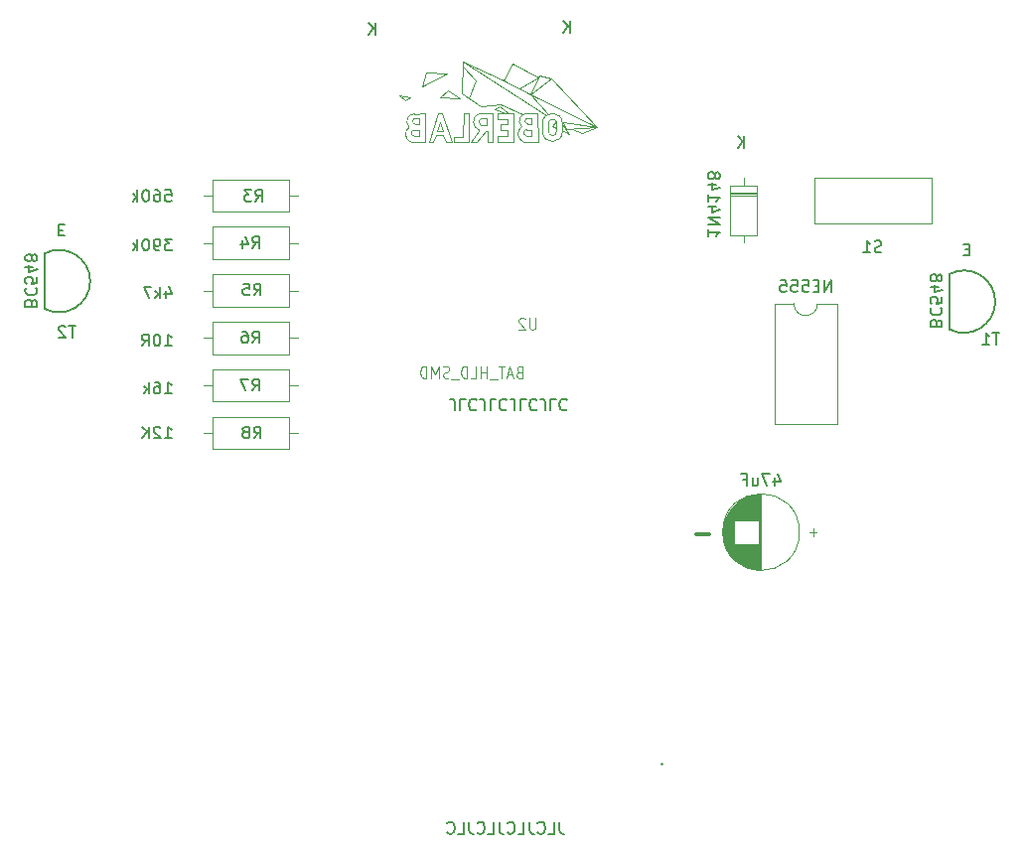
<source format=gbr>
%TF.GenerationSoftware,KiCad,Pcbnew,9.0.6*%
%TF.CreationDate,2026-01-05T12:28:17+01:00*%
%TF.ProjectId,Seegeist,53656567-6569-4737-942e-6b696361645f,rev?*%
%TF.SameCoordinates,Original*%
%TF.FileFunction,Legend,Bot*%
%TF.FilePolarity,Positive*%
%FSLAX46Y46*%
G04 Gerber Fmt 4.6, Leading zero omitted, Abs format (unit mm)*
G04 Created by KiCad (PCBNEW 9.0.6) date 2026-01-05 12:28:17*
%MOMM*%
%LPD*%
G01*
G04 APERTURE LIST*
%ADD10C,0.150000*%
%ADD11C,0.300000*%
%ADD12C,0.050000*%
%ADD13C,0.010000*%
%ADD14C,0.120000*%
G04 APERTURE END LIST*
D10*
X141877506Y-141869819D02*
X141877506Y-142584104D01*
X141877506Y-142584104D02*
X141925125Y-142726961D01*
X141925125Y-142726961D02*
X142020363Y-142822200D01*
X142020363Y-142822200D02*
X142163220Y-142869819D01*
X142163220Y-142869819D02*
X142258458Y-142869819D01*
X140925125Y-142869819D02*
X141401315Y-142869819D01*
X141401315Y-142869819D02*
X141401315Y-141869819D01*
X140020363Y-142774580D02*
X140067982Y-142822200D01*
X140067982Y-142822200D02*
X140210839Y-142869819D01*
X140210839Y-142869819D02*
X140306077Y-142869819D01*
X140306077Y-142869819D02*
X140448934Y-142822200D01*
X140448934Y-142822200D02*
X140544172Y-142726961D01*
X140544172Y-142726961D02*
X140591791Y-142631723D01*
X140591791Y-142631723D02*
X140639410Y-142441247D01*
X140639410Y-142441247D02*
X140639410Y-142298390D01*
X140639410Y-142298390D02*
X140591791Y-142107914D01*
X140591791Y-142107914D02*
X140544172Y-142012676D01*
X140544172Y-142012676D02*
X140448934Y-141917438D01*
X140448934Y-141917438D02*
X140306077Y-141869819D01*
X140306077Y-141869819D02*
X140210839Y-141869819D01*
X140210839Y-141869819D02*
X140067982Y-141917438D01*
X140067982Y-141917438D02*
X140020363Y-141965057D01*
X139306077Y-141869819D02*
X139306077Y-142584104D01*
X139306077Y-142584104D02*
X139353696Y-142726961D01*
X139353696Y-142726961D02*
X139448934Y-142822200D01*
X139448934Y-142822200D02*
X139591791Y-142869819D01*
X139591791Y-142869819D02*
X139687029Y-142869819D01*
X138353696Y-142869819D02*
X138829886Y-142869819D01*
X138829886Y-142869819D02*
X138829886Y-141869819D01*
X137448934Y-142774580D02*
X137496553Y-142822200D01*
X137496553Y-142822200D02*
X137639410Y-142869819D01*
X137639410Y-142869819D02*
X137734648Y-142869819D01*
X137734648Y-142869819D02*
X137877505Y-142822200D01*
X137877505Y-142822200D02*
X137972743Y-142726961D01*
X137972743Y-142726961D02*
X138020362Y-142631723D01*
X138020362Y-142631723D02*
X138067981Y-142441247D01*
X138067981Y-142441247D02*
X138067981Y-142298390D01*
X138067981Y-142298390D02*
X138020362Y-142107914D01*
X138020362Y-142107914D02*
X137972743Y-142012676D01*
X137972743Y-142012676D02*
X137877505Y-141917438D01*
X137877505Y-141917438D02*
X137734648Y-141869819D01*
X137734648Y-141869819D02*
X137639410Y-141869819D01*
X137639410Y-141869819D02*
X137496553Y-141917438D01*
X137496553Y-141917438D02*
X137448934Y-141965057D01*
X136734648Y-141869819D02*
X136734648Y-142584104D01*
X136734648Y-142584104D02*
X136782267Y-142726961D01*
X136782267Y-142726961D02*
X136877505Y-142822200D01*
X136877505Y-142822200D02*
X137020362Y-142869819D01*
X137020362Y-142869819D02*
X137115600Y-142869819D01*
X135782267Y-142869819D02*
X136258457Y-142869819D01*
X136258457Y-142869819D02*
X136258457Y-141869819D01*
X134877505Y-142774580D02*
X134925124Y-142822200D01*
X134925124Y-142822200D02*
X135067981Y-142869819D01*
X135067981Y-142869819D02*
X135163219Y-142869819D01*
X135163219Y-142869819D02*
X135306076Y-142822200D01*
X135306076Y-142822200D02*
X135401314Y-142726961D01*
X135401314Y-142726961D02*
X135448933Y-142631723D01*
X135448933Y-142631723D02*
X135496552Y-142441247D01*
X135496552Y-142441247D02*
X135496552Y-142298390D01*
X135496552Y-142298390D02*
X135448933Y-142107914D01*
X135448933Y-142107914D02*
X135401314Y-142012676D01*
X135401314Y-142012676D02*
X135306076Y-141917438D01*
X135306076Y-141917438D02*
X135163219Y-141869819D01*
X135163219Y-141869819D02*
X135067981Y-141869819D01*
X135067981Y-141869819D02*
X134925124Y-141917438D01*
X134925124Y-141917438D02*
X134877505Y-141965057D01*
X134163219Y-141869819D02*
X134163219Y-142584104D01*
X134163219Y-142584104D02*
X134210838Y-142726961D01*
X134210838Y-142726961D02*
X134306076Y-142822200D01*
X134306076Y-142822200D02*
X134448933Y-142869819D01*
X134448933Y-142869819D02*
X134544171Y-142869819D01*
X133210838Y-142869819D02*
X133687028Y-142869819D01*
X133687028Y-142869819D02*
X133687028Y-141869819D01*
X132306076Y-142774580D02*
X132353695Y-142822200D01*
X132353695Y-142822200D02*
X132496552Y-142869819D01*
X132496552Y-142869819D02*
X132591790Y-142869819D01*
X132591790Y-142869819D02*
X132734647Y-142822200D01*
X132734647Y-142822200D02*
X132829885Y-142726961D01*
X132829885Y-142726961D02*
X132877504Y-142631723D01*
X132877504Y-142631723D02*
X132925123Y-142441247D01*
X132925123Y-142441247D02*
X132925123Y-142298390D01*
X132925123Y-142298390D02*
X132877504Y-142107914D01*
X132877504Y-142107914D02*
X132829885Y-142012676D01*
X132829885Y-142012676D02*
X132734647Y-141917438D01*
X132734647Y-141917438D02*
X132591790Y-141869819D01*
X132591790Y-141869819D02*
X132496552Y-141869819D01*
X132496552Y-141869819D02*
X132353695Y-141917438D01*
X132353695Y-141917438D02*
X132306076Y-141965057D01*
X157613220Y-84369819D02*
X157613220Y-83369819D01*
X157041792Y-84369819D02*
X157470363Y-83798390D01*
X157041792Y-83369819D02*
X157613220Y-83941247D01*
X100606077Y-99569819D02*
X100034649Y-99569819D01*
X100320363Y-100569819D02*
X100320363Y-99569819D01*
X99748934Y-99665057D02*
X99701315Y-99617438D01*
X99701315Y-99617438D02*
X99606077Y-99569819D01*
X99606077Y-99569819D02*
X99367982Y-99569819D01*
X99367982Y-99569819D02*
X99272744Y-99617438D01*
X99272744Y-99617438D02*
X99225125Y-99665057D01*
X99225125Y-99665057D02*
X99177506Y-99760295D01*
X99177506Y-99760295D02*
X99177506Y-99855533D01*
X99177506Y-99855533D02*
X99225125Y-99998390D01*
X99225125Y-99998390D02*
X99796553Y-100569819D01*
X99796553Y-100569819D02*
X99177506Y-100569819D01*
X97950000Y-93400000D02*
G75*
G02*
X97956097Y-98103233I1250000J-2350000D01*
G01*
X97950000Y-93400000D02*
X97950000Y-98114767D01*
X175100000Y-95150000D02*
G75*
G02*
X175106097Y-99853233I1250000J-2350000D01*
G01*
X175100000Y-95150000D02*
X175100000Y-99864767D01*
X179356077Y-100169819D02*
X178784649Y-100169819D01*
X179070363Y-101169819D02*
X179070363Y-100169819D01*
X177927506Y-101169819D02*
X178498934Y-101169819D01*
X178213220Y-101169819D02*
X178213220Y-100169819D01*
X178213220Y-100169819D02*
X178308458Y-100312676D01*
X178308458Y-100312676D02*
X178403696Y-100407914D01*
X178403696Y-100407914D02*
X178498934Y-100455533D01*
X176813220Y-93046009D02*
X176479887Y-93046009D01*
X176337030Y-93569819D02*
X176813220Y-93569819D01*
X176813220Y-93569819D02*
X176813220Y-92569819D01*
X176813220Y-92569819D02*
X176337030Y-92569819D01*
X174003990Y-99279887D02*
X173956371Y-99137030D01*
X173956371Y-99137030D02*
X173908752Y-99089411D01*
X173908752Y-99089411D02*
X173813514Y-99041792D01*
X173813514Y-99041792D02*
X173670657Y-99041792D01*
X173670657Y-99041792D02*
X173575419Y-99089411D01*
X173575419Y-99089411D02*
X173527800Y-99137030D01*
X173527800Y-99137030D02*
X173480180Y-99232268D01*
X173480180Y-99232268D02*
X173480180Y-99613220D01*
X173480180Y-99613220D02*
X174480180Y-99613220D01*
X174480180Y-99613220D02*
X174480180Y-99279887D01*
X174480180Y-99279887D02*
X174432561Y-99184649D01*
X174432561Y-99184649D02*
X174384942Y-99137030D01*
X174384942Y-99137030D02*
X174289704Y-99089411D01*
X174289704Y-99089411D02*
X174194466Y-99089411D01*
X174194466Y-99089411D02*
X174099228Y-99137030D01*
X174099228Y-99137030D02*
X174051609Y-99184649D01*
X174051609Y-99184649D02*
X174003990Y-99279887D01*
X174003990Y-99279887D02*
X174003990Y-99613220D01*
X173575419Y-98041792D02*
X173527800Y-98089411D01*
X173527800Y-98089411D02*
X173480180Y-98232268D01*
X173480180Y-98232268D02*
X173480180Y-98327506D01*
X173480180Y-98327506D02*
X173527800Y-98470363D01*
X173527800Y-98470363D02*
X173623038Y-98565601D01*
X173623038Y-98565601D02*
X173718276Y-98613220D01*
X173718276Y-98613220D02*
X173908752Y-98660839D01*
X173908752Y-98660839D02*
X174051609Y-98660839D01*
X174051609Y-98660839D02*
X174242085Y-98613220D01*
X174242085Y-98613220D02*
X174337323Y-98565601D01*
X174337323Y-98565601D02*
X174432561Y-98470363D01*
X174432561Y-98470363D02*
X174480180Y-98327506D01*
X174480180Y-98327506D02*
X174480180Y-98232268D01*
X174480180Y-98232268D02*
X174432561Y-98089411D01*
X174432561Y-98089411D02*
X174384942Y-98041792D01*
X174480180Y-97137030D02*
X174480180Y-97613220D01*
X174480180Y-97613220D02*
X174003990Y-97660839D01*
X174003990Y-97660839D02*
X174051609Y-97613220D01*
X174051609Y-97613220D02*
X174099228Y-97517982D01*
X174099228Y-97517982D02*
X174099228Y-97279887D01*
X174099228Y-97279887D02*
X174051609Y-97184649D01*
X174051609Y-97184649D02*
X174003990Y-97137030D01*
X174003990Y-97137030D02*
X173908752Y-97089411D01*
X173908752Y-97089411D02*
X173670657Y-97089411D01*
X173670657Y-97089411D02*
X173575419Y-97137030D01*
X173575419Y-97137030D02*
X173527800Y-97184649D01*
X173527800Y-97184649D02*
X173480180Y-97279887D01*
X173480180Y-97279887D02*
X173480180Y-97517982D01*
X173480180Y-97517982D02*
X173527800Y-97613220D01*
X173527800Y-97613220D02*
X173575419Y-97660839D01*
X174146847Y-96232268D02*
X173480180Y-96232268D01*
X174527800Y-96470363D02*
X173813514Y-96708458D01*
X173813514Y-96708458D02*
X173813514Y-96089411D01*
X174051609Y-95565601D02*
X174099228Y-95660839D01*
X174099228Y-95660839D02*
X174146847Y-95708458D01*
X174146847Y-95708458D02*
X174242085Y-95756077D01*
X174242085Y-95756077D02*
X174289704Y-95756077D01*
X174289704Y-95756077D02*
X174384942Y-95708458D01*
X174384942Y-95708458D02*
X174432561Y-95660839D01*
X174432561Y-95660839D02*
X174480180Y-95565601D01*
X174480180Y-95565601D02*
X174480180Y-95375125D01*
X174480180Y-95375125D02*
X174432561Y-95279887D01*
X174432561Y-95279887D02*
X174384942Y-95232268D01*
X174384942Y-95232268D02*
X174289704Y-95184649D01*
X174289704Y-95184649D02*
X174242085Y-95184649D01*
X174242085Y-95184649D02*
X174146847Y-95232268D01*
X174146847Y-95232268D02*
X174099228Y-95279887D01*
X174099228Y-95279887D02*
X174051609Y-95375125D01*
X174051609Y-95375125D02*
X174051609Y-95565601D01*
X174051609Y-95565601D02*
X174003990Y-95660839D01*
X174003990Y-95660839D02*
X173956371Y-95708458D01*
X173956371Y-95708458D02*
X173861133Y-95756077D01*
X173861133Y-95756077D02*
X173670657Y-95756077D01*
X173670657Y-95756077D02*
X173575419Y-95708458D01*
X173575419Y-95708458D02*
X173527800Y-95660839D01*
X173527800Y-95660839D02*
X173480180Y-95565601D01*
X173480180Y-95565601D02*
X173480180Y-95375125D01*
X173480180Y-95375125D02*
X173527800Y-95279887D01*
X173527800Y-95279887D02*
X173575419Y-95232268D01*
X173575419Y-95232268D02*
X173670657Y-95184649D01*
X173670657Y-95184649D02*
X173861133Y-95184649D01*
X173861133Y-95184649D02*
X173956371Y-95232268D01*
X173956371Y-95232268D02*
X174003990Y-95279887D01*
X174003990Y-95279887D02*
X174051609Y-95375125D01*
X108221429Y-105344819D02*
X108792857Y-105344819D01*
X108507143Y-105344819D02*
X108507143Y-104344819D01*
X108507143Y-104344819D02*
X108602381Y-104487676D01*
X108602381Y-104487676D02*
X108697619Y-104582914D01*
X108697619Y-104582914D02*
X108792857Y-104630533D01*
X107364286Y-104344819D02*
X107554762Y-104344819D01*
X107554762Y-104344819D02*
X107650000Y-104392438D01*
X107650000Y-104392438D02*
X107697619Y-104440057D01*
X107697619Y-104440057D02*
X107792857Y-104582914D01*
X107792857Y-104582914D02*
X107840476Y-104773390D01*
X107840476Y-104773390D02*
X107840476Y-105154342D01*
X107840476Y-105154342D02*
X107792857Y-105249580D01*
X107792857Y-105249580D02*
X107745238Y-105297200D01*
X107745238Y-105297200D02*
X107650000Y-105344819D01*
X107650000Y-105344819D02*
X107459524Y-105344819D01*
X107459524Y-105344819D02*
X107364286Y-105297200D01*
X107364286Y-105297200D02*
X107316667Y-105249580D01*
X107316667Y-105249580D02*
X107269048Y-105154342D01*
X107269048Y-105154342D02*
X107269048Y-104916247D01*
X107269048Y-104916247D02*
X107316667Y-104821009D01*
X107316667Y-104821009D02*
X107364286Y-104773390D01*
X107364286Y-104773390D02*
X107459524Y-104725771D01*
X107459524Y-104725771D02*
X107650000Y-104725771D01*
X107650000Y-104725771D02*
X107745238Y-104773390D01*
X107745238Y-104773390D02*
X107792857Y-104821009D01*
X107792857Y-104821009D02*
X107840476Y-104916247D01*
X106840476Y-105344819D02*
X106840476Y-104344819D01*
X106745238Y-104963866D02*
X106459524Y-105344819D01*
X106459524Y-104678152D02*
X106840476Y-105059104D01*
X132917493Y-106780180D02*
X132917493Y-106065895D01*
X132917493Y-106065895D02*
X132869874Y-105923038D01*
X132869874Y-105923038D02*
X132774636Y-105827800D01*
X132774636Y-105827800D02*
X132631779Y-105780180D01*
X132631779Y-105780180D02*
X132536541Y-105780180D01*
X133869874Y-105780180D02*
X133393684Y-105780180D01*
X133393684Y-105780180D02*
X133393684Y-106780180D01*
X134774636Y-105875419D02*
X134727017Y-105827800D01*
X134727017Y-105827800D02*
X134584160Y-105780180D01*
X134584160Y-105780180D02*
X134488922Y-105780180D01*
X134488922Y-105780180D02*
X134346065Y-105827800D01*
X134346065Y-105827800D02*
X134250827Y-105923038D01*
X134250827Y-105923038D02*
X134203208Y-106018276D01*
X134203208Y-106018276D02*
X134155589Y-106208752D01*
X134155589Y-106208752D02*
X134155589Y-106351609D01*
X134155589Y-106351609D02*
X134203208Y-106542085D01*
X134203208Y-106542085D02*
X134250827Y-106637323D01*
X134250827Y-106637323D02*
X134346065Y-106732561D01*
X134346065Y-106732561D02*
X134488922Y-106780180D01*
X134488922Y-106780180D02*
X134584160Y-106780180D01*
X134584160Y-106780180D02*
X134727017Y-106732561D01*
X134727017Y-106732561D02*
X134774636Y-106684942D01*
X135488922Y-106780180D02*
X135488922Y-106065895D01*
X135488922Y-106065895D02*
X135441303Y-105923038D01*
X135441303Y-105923038D02*
X135346065Y-105827800D01*
X135346065Y-105827800D02*
X135203208Y-105780180D01*
X135203208Y-105780180D02*
X135107970Y-105780180D01*
X136441303Y-105780180D02*
X135965113Y-105780180D01*
X135965113Y-105780180D02*
X135965113Y-106780180D01*
X137346065Y-105875419D02*
X137298446Y-105827800D01*
X137298446Y-105827800D02*
X137155589Y-105780180D01*
X137155589Y-105780180D02*
X137060351Y-105780180D01*
X137060351Y-105780180D02*
X136917494Y-105827800D01*
X136917494Y-105827800D02*
X136822256Y-105923038D01*
X136822256Y-105923038D02*
X136774637Y-106018276D01*
X136774637Y-106018276D02*
X136727018Y-106208752D01*
X136727018Y-106208752D02*
X136727018Y-106351609D01*
X136727018Y-106351609D02*
X136774637Y-106542085D01*
X136774637Y-106542085D02*
X136822256Y-106637323D01*
X136822256Y-106637323D02*
X136917494Y-106732561D01*
X136917494Y-106732561D02*
X137060351Y-106780180D01*
X137060351Y-106780180D02*
X137155589Y-106780180D01*
X137155589Y-106780180D02*
X137298446Y-106732561D01*
X137298446Y-106732561D02*
X137346065Y-106684942D01*
X138060351Y-106780180D02*
X138060351Y-106065895D01*
X138060351Y-106065895D02*
X138012732Y-105923038D01*
X138012732Y-105923038D02*
X137917494Y-105827800D01*
X137917494Y-105827800D02*
X137774637Y-105780180D01*
X137774637Y-105780180D02*
X137679399Y-105780180D01*
X139012732Y-105780180D02*
X138536542Y-105780180D01*
X138536542Y-105780180D02*
X138536542Y-106780180D01*
X139917494Y-105875419D02*
X139869875Y-105827800D01*
X139869875Y-105827800D02*
X139727018Y-105780180D01*
X139727018Y-105780180D02*
X139631780Y-105780180D01*
X139631780Y-105780180D02*
X139488923Y-105827800D01*
X139488923Y-105827800D02*
X139393685Y-105923038D01*
X139393685Y-105923038D02*
X139346066Y-106018276D01*
X139346066Y-106018276D02*
X139298447Y-106208752D01*
X139298447Y-106208752D02*
X139298447Y-106351609D01*
X139298447Y-106351609D02*
X139346066Y-106542085D01*
X139346066Y-106542085D02*
X139393685Y-106637323D01*
X139393685Y-106637323D02*
X139488923Y-106732561D01*
X139488923Y-106732561D02*
X139631780Y-106780180D01*
X139631780Y-106780180D02*
X139727018Y-106780180D01*
X139727018Y-106780180D02*
X139869875Y-106732561D01*
X139869875Y-106732561D02*
X139917494Y-106684942D01*
X140631780Y-106780180D02*
X140631780Y-106065895D01*
X140631780Y-106065895D02*
X140584161Y-105923038D01*
X140584161Y-105923038D02*
X140488923Y-105827800D01*
X140488923Y-105827800D02*
X140346066Y-105780180D01*
X140346066Y-105780180D02*
X140250828Y-105780180D01*
X141584161Y-105780180D02*
X141107971Y-105780180D01*
X141107971Y-105780180D02*
X141107971Y-106780180D01*
X142488923Y-105875419D02*
X142441304Y-105827800D01*
X142441304Y-105827800D02*
X142298447Y-105780180D01*
X142298447Y-105780180D02*
X142203209Y-105780180D01*
X142203209Y-105780180D02*
X142060352Y-105827800D01*
X142060352Y-105827800D02*
X141965114Y-105923038D01*
X141965114Y-105923038D02*
X141917495Y-106018276D01*
X141917495Y-106018276D02*
X141869876Y-106208752D01*
X141869876Y-106208752D02*
X141869876Y-106351609D01*
X141869876Y-106351609D02*
X141917495Y-106542085D01*
X141917495Y-106542085D02*
X141965114Y-106637323D01*
X141965114Y-106637323D02*
X142060352Y-106732561D01*
X142060352Y-106732561D02*
X142203209Y-106780180D01*
X142203209Y-106780180D02*
X142298447Y-106780180D01*
X142298447Y-106780180D02*
X142441304Y-106732561D01*
X142441304Y-106732561D02*
X142488923Y-106684942D01*
X126163220Y-74719819D02*
X126163220Y-73719819D01*
X125591792Y-74719819D02*
X126020363Y-74148390D01*
X125591792Y-73719819D02*
X126163220Y-74291247D01*
X154530180Y-91324411D02*
X154530180Y-91895839D01*
X154530180Y-91610125D02*
X155530180Y-91610125D01*
X155530180Y-91610125D02*
X155387323Y-91705363D01*
X155387323Y-91705363D02*
X155292085Y-91800601D01*
X155292085Y-91800601D02*
X155244466Y-91895839D01*
X154530180Y-90895839D02*
X155530180Y-90895839D01*
X155530180Y-90895839D02*
X154530180Y-90324411D01*
X154530180Y-90324411D02*
X155530180Y-90324411D01*
X155196847Y-89419649D02*
X154530180Y-89419649D01*
X155577800Y-89657744D02*
X154863514Y-89895839D01*
X154863514Y-89895839D02*
X154863514Y-89276792D01*
X154530180Y-88372030D02*
X154530180Y-88943458D01*
X154530180Y-88657744D02*
X155530180Y-88657744D01*
X155530180Y-88657744D02*
X155387323Y-88752982D01*
X155387323Y-88752982D02*
X155292085Y-88848220D01*
X155292085Y-88848220D02*
X155244466Y-88943458D01*
X155196847Y-87514887D02*
X154530180Y-87514887D01*
X155577800Y-87752982D02*
X154863514Y-87991077D01*
X154863514Y-87991077D02*
X154863514Y-87372030D01*
X155101609Y-86848220D02*
X155149228Y-86943458D01*
X155149228Y-86943458D02*
X155196847Y-86991077D01*
X155196847Y-86991077D02*
X155292085Y-87038696D01*
X155292085Y-87038696D02*
X155339704Y-87038696D01*
X155339704Y-87038696D02*
X155434942Y-86991077D01*
X155434942Y-86991077D02*
X155482561Y-86943458D01*
X155482561Y-86943458D02*
X155530180Y-86848220D01*
X155530180Y-86848220D02*
X155530180Y-86657744D01*
X155530180Y-86657744D02*
X155482561Y-86562506D01*
X155482561Y-86562506D02*
X155434942Y-86514887D01*
X155434942Y-86514887D02*
X155339704Y-86467268D01*
X155339704Y-86467268D02*
X155292085Y-86467268D01*
X155292085Y-86467268D02*
X155196847Y-86514887D01*
X155196847Y-86514887D02*
X155149228Y-86562506D01*
X155149228Y-86562506D02*
X155101609Y-86657744D01*
X155101609Y-86657744D02*
X155101609Y-86848220D01*
X155101609Y-86848220D02*
X155053990Y-86943458D01*
X155053990Y-86943458D02*
X155006371Y-86991077D01*
X155006371Y-86991077D02*
X154911133Y-87038696D01*
X154911133Y-87038696D02*
X154720657Y-87038696D01*
X154720657Y-87038696D02*
X154625419Y-86991077D01*
X154625419Y-86991077D02*
X154577800Y-86943458D01*
X154577800Y-86943458D02*
X154530180Y-86848220D01*
X154530180Y-86848220D02*
X154530180Y-86657744D01*
X154530180Y-86657744D02*
X154577800Y-86562506D01*
X154577800Y-86562506D02*
X154625419Y-86514887D01*
X154625419Y-86514887D02*
X154720657Y-86467268D01*
X154720657Y-86467268D02*
X154911133Y-86467268D01*
X154911133Y-86467268D02*
X155006371Y-86514887D01*
X155006371Y-86514887D02*
X155053990Y-86562506D01*
X155053990Y-86562506D02*
X155101609Y-86657744D01*
X99186779Y-91403990D02*
X99520112Y-91403990D01*
X99662969Y-90880180D02*
X99186779Y-90880180D01*
X99186779Y-90880180D02*
X99186779Y-91880180D01*
X99186779Y-91880180D02*
X99662969Y-91880180D01*
X96853990Y-97579887D02*
X96806371Y-97437030D01*
X96806371Y-97437030D02*
X96758752Y-97389411D01*
X96758752Y-97389411D02*
X96663514Y-97341792D01*
X96663514Y-97341792D02*
X96520657Y-97341792D01*
X96520657Y-97341792D02*
X96425419Y-97389411D01*
X96425419Y-97389411D02*
X96377800Y-97437030D01*
X96377800Y-97437030D02*
X96330180Y-97532268D01*
X96330180Y-97532268D02*
X96330180Y-97913220D01*
X96330180Y-97913220D02*
X97330180Y-97913220D01*
X97330180Y-97913220D02*
X97330180Y-97579887D01*
X97330180Y-97579887D02*
X97282561Y-97484649D01*
X97282561Y-97484649D02*
X97234942Y-97437030D01*
X97234942Y-97437030D02*
X97139704Y-97389411D01*
X97139704Y-97389411D02*
X97044466Y-97389411D01*
X97044466Y-97389411D02*
X96949228Y-97437030D01*
X96949228Y-97437030D02*
X96901609Y-97484649D01*
X96901609Y-97484649D02*
X96853990Y-97579887D01*
X96853990Y-97579887D02*
X96853990Y-97913220D01*
X96425419Y-96341792D02*
X96377800Y-96389411D01*
X96377800Y-96389411D02*
X96330180Y-96532268D01*
X96330180Y-96532268D02*
X96330180Y-96627506D01*
X96330180Y-96627506D02*
X96377800Y-96770363D01*
X96377800Y-96770363D02*
X96473038Y-96865601D01*
X96473038Y-96865601D02*
X96568276Y-96913220D01*
X96568276Y-96913220D02*
X96758752Y-96960839D01*
X96758752Y-96960839D02*
X96901609Y-96960839D01*
X96901609Y-96960839D02*
X97092085Y-96913220D01*
X97092085Y-96913220D02*
X97187323Y-96865601D01*
X97187323Y-96865601D02*
X97282561Y-96770363D01*
X97282561Y-96770363D02*
X97330180Y-96627506D01*
X97330180Y-96627506D02*
X97330180Y-96532268D01*
X97330180Y-96532268D02*
X97282561Y-96389411D01*
X97282561Y-96389411D02*
X97234942Y-96341792D01*
X97330180Y-95437030D02*
X97330180Y-95913220D01*
X97330180Y-95913220D02*
X96853990Y-95960839D01*
X96853990Y-95960839D02*
X96901609Y-95913220D01*
X96901609Y-95913220D02*
X96949228Y-95817982D01*
X96949228Y-95817982D02*
X96949228Y-95579887D01*
X96949228Y-95579887D02*
X96901609Y-95484649D01*
X96901609Y-95484649D02*
X96853990Y-95437030D01*
X96853990Y-95437030D02*
X96758752Y-95389411D01*
X96758752Y-95389411D02*
X96520657Y-95389411D01*
X96520657Y-95389411D02*
X96425419Y-95437030D01*
X96425419Y-95437030D02*
X96377800Y-95484649D01*
X96377800Y-95484649D02*
X96330180Y-95579887D01*
X96330180Y-95579887D02*
X96330180Y-95817982D01*
X96330180Y-95817982D02*
X96377800Y-95913220D01*
X96377800Y-95913220D02*
X96425419Y-95960839D01*
X96996847Y-94532268D02*
X96330180Y-94532268D01*
X97377800Y-94770363D02*
X96663514Y-95008458D01*
X96663514Y-95008458D02*
X96663514Y-94389411D01*
X96901609Y-93865601D02*
X96949228Y-93960839D01*
X96949228Y-93960839D02*
X96996847Y-94008458D01*
X96996847Y-94008458D02*
X97092085Y-94056077D01*
X97092085Y-94056077D02*
X97139704Y-94056077D01*
X97139704Y-94056077D02*
X97234942Y-94008458D01*
X97234942Y-94008458D02*
X97282561Y-93960839D01*
X97282561Y-93960839D02*
X97330180Y-93865601D01*
X97330180Y-93865601D02*
X97330180Y-93675125D01*
X97330180Y-93675125D02*
X97282561Y-93579887D01*
X97282561Y-93579887D02*
X97234942Y-93532268D01*
X97234942Y-93532268D02*
X97139704Y-93484649D01*
X97139704Y-93484649D02*
X97092085Y-93484649D01*
X97092085Y-93484649D02*
X96996847Y-93532268D01*
X96996847Y-93532268D02*
X96949228Y-93579887D01*
X96949228Y-93579887D02*
X96901609Y-93675125D01*
X96901609Y-93675125D02*
X96901609Y-93865601D01*
X96901609Y-93865601D02*
X96853990Y-93960839D01*
X96853990Y-93960839D02*
X96806371Y-94008458D01*
X96806371Y-94008458D02*
X96711133Y-94056077D01*
X96711133Y-94056077D02*
X96520657Y-94056077D01*
X96520657Y-94056077D02*
X96425419Y-94008458D01*
X96425419Y-94008458D02*
X96377800Y-93960839D01*
X96377800Y-93960839D02*
X96330180Y-93865601D01*
X96330180Y-93865601D02*
X96330180Y-93675125D01*
X96330180Y-93675125D02*
X96377800Y-93579887D01*
X96377800Y-93579887D02*
X96425419Y-93532268D01*
X96425419Y-93532268D02*
X96520657Y-93484649D01*
X96520657Y-93484649D02*
X96711133Y-93484649D01*
X96711133Y-93484649D02*
X96806371Y-93532268D01*
X96806371Y-93532268D02*
X96853990Y-93579887D01*
X96853990Y-93579887D02*
X96901609Y-93675125D01*
X142763220Y-74569819D02*
X142763220Y-73569819D01*
X142191792Y-74569819D02*
X142620363Y-73998390D01*
X142191792Y-73569819D02*
X142763220Y-74141247D01*
D11*
X154645489Y-117329400D02*
X153502632Y-117329400D01*
D10*
X115696666Y-101026819D02*
X116029999Y-100550628D01*
X116268094Y-101026819D02*
X116268094Y-100026819D01*
X116268094Y-100026819D02*
X115887142Y-100026819D01*
X115887142Y-100026819D02*
X115791904Y-100074438D01*
X115791904Y-100074438D02*
X115744285Y-100122057D01*
X115744285Y-100122057D02*
X115696666Y-100217295D01*
X115696666Y-100217295D02*
X115696666Y-100360152D01*
X115696666Y-100360152D02*
X115744285Y-100455390D01*
X115744285Y-100455390D02*
X115791904Y-100503009D01*
X115791904Y-100503009D02*
X115887142Y-100550628D01*
X115887142Y-100550628D02*
X116268094Y-100550628D01*
X114839523Y-100026819D02*
X115029999Y-100026819D01*
X115029999Y-100026819D02*
X115125237Y-100074438D01*
X115125237Y-100074438D02*
X115172856Y-100122057D01*
X115172856Y-100122057D02*
X115268094Y-100264914D01*
X115268094Y-100264914D02*
X115315713Y-100455390D01*
X115315713Y-100455390D02*
X115315713Y-100836342D01*
X115315713Y-100836342D02*
X115268094Y-100931580D01*
X115268094Y-100931580D02*
X115220475Y-100979200D01*
X115220475Y-100979200D02*
X115125237Y-101026819D01*
X115125237Y-101026819D02*
X114934761Y-101026819D01*
X114934761Y-101026819D02*
X114839523Y-100979200D01*
X114839523Y-100979200D02*
X114791904Y-100931580D01*
X114791904Y-100931580D02*
X114744285Y-100836342D01*
X114744285Y-100836342D02*
X114744285Y-100598247D01*
X114744285Y-100598247D02*
X114791904Y-100503009D01*
X114791904Y-100503009D02*
X114839523Y-100455390D01*
X114839523Y-100455390D02*
X114934761Y-100407771D01*
X114934761Y-100407771D02*
X115125237Y-100407771D01*
X115125237Y-100407771D02*
X115220475Y-100455390D01*
X115220475Y-100455390D02*
X115268094Y-100503009D01*
X115268094Y-100503009D02*
X115315713Y-100598247D01*
X108221429Y-101280819D02*
X108792857Y-101280819D01*
X108507143Y-101280819D02*
X108507143Y-100280819D01*
X108507143Y-100280819D02*
X108602381Y-100423676D01*
X108602381Y-100423676D02*
X108697619Y-100518914D01*
X108697619Y-100518914D02*
X108792857Y-100566533D01*
X107602381Y-100280819D02*
X107507143Y-100280819D01*
X107507143Y-100280819D02*
X107411905Y-100328438D01*
X107411905Y-100328438D02*
X107364286Y-100376057D01*
X107364286Y-100376057D02*
X107316667Y-100471295D01*
X107316667Y-100471295D02*
X107269048Y-100661771D01*
X107269048Y-100661771D02*
X107269048Y-100899866D01*
X107269048Y-100899866D02*
X107316667Y-101090342D01*
X107316667Y-101090342D02*
X107364286Y-101185580D01*
X107364286Y-101185580D02*
X107411905Y-101233200D01*
X107411905Y-101233200D02*
X107507143Y-101280819D01*
X107507143Y-101280819D02*
X107602381Y-101280819D01*
X107602381Y-101280819D02*
X107697619Y-101233200D01*
X107697619Y-101233200D02*
X107745238Y-101185580D01*
X107745238Y-101185580D02*
X107792857Y-101090342D01*
X107792857Y-101090342D02*
X107840476Y-100899866D01*
X107840476Y-100899866D02*
X107840476Y-100661771D01*
X107840476Y-100661771D02*
X107792857Y-100471295D01*
X107792857Y-100471295D02*
X107745238Y-100376057D01*
X107745238Y-100376057D02*
X107697619Y-100328438D01*
X107697619Y-100328438D02*
X107602381Y-100280819D01*
X106269048Y-101280819D02*
X106602381Y-100804628D01*
X106840476Y-101280819D02*
X106840476Y-100280819D01*
X106840476Y-100280819D02*
X106459524Y-100280819D01*
X106459524Y-100280819D02*
X106364286Y-100328438D01*
X106364286Y-100328438D02*
X106316667Y-100376057D01*
X106316667Y-100376057D02*
X106269048Y-100471295D01*
X106269048Y-100471295D02*
X106269048Y-100614152D01*
X106269048Y-100614152D02*
X106316667Y-100709390D01*
X106316667Y-100709390D02*
X106364286Y-100757009D01*
X106364286Y-100757009D02*
X106459524Y-100804628D01*
X106459524Y-100804628D02*
X106840476Y-100804628D01*
X115823666Y-109154819D02*
X116156999Y-108678628D01*
X116395094Y-109154819D02*
X116395094Y-108154819D01*
X116395094Y-108154819D02*
X116014142Y-108154819D01*
X116014142Y-108154819D02*
X115918904Y-108202438D01*
X115918904Y-108202438D02*
X115871285Y-108250057D01*
X115871285Y-108250057D02*
X115823666Y-108345295D01*
X115823666Y-108345295D02*
X115823666Y-108488152D01*
X115823666Y-108488152D02*
X115871285Y-108583390D01*
X115871285Y-108583390D02*
X115918904Y-108631009D01*
X115918904Y-108631009D02*
X116014142Y-108678628D01*
X116014142Y-108678628D02*
X116395094Y-108678628D01*
X115252237Y-108583390D02*
X115347475Y-108535771D01*
X115347475Y-108535771D02*
X115395094Y-108488152D01*
X115395094Y-108488152D02*
X115442713Y-108392914D01*
X115442713Y-108392914D02*
X115442713Y-108345295D01*
X115442713Y-108345295D02*
X115395094Y-108250057D01*
X115395094Y-108250057D02*
X115347475Y-108202438D01*
X115347475Y-108202438D02*
X115252237Y-108154819D01*
X115252237Y-108154819D02*
X115061761Y-108154819D01*
X115061761Y-108154819D02*
X114966523Y-108202438D01*
X114966523Y-108202438D02*
X114918904Y-108250057D01*
X114918904Y-108250057D02*
X114871285Y-108345295D01*
X114871285Y-108345295D02*
X114871285Y-108392914D01*
X114871285Y-108392914D02*
X114918904Y-108488152D01*
X114918904Y-108488152D02*
X114966523Y-108535771D01*
X114966523Y-108535771D02*
X115061761Y-108583390D01*
X115061761Y-108583390D02*
X115252237Y-108583390D01*
X115252237Y-108583390D02*
X115347475Y-108631009D01*
X115347475Y-108631009D02*
X115395094Y-108678628D01*
X115395094Y-108678628D02*
X115442713Y-108773866D01*
X115442713Y-108773866D02*
X115442713Y-108964342D01*
X115442713Y-108964342D02*
X115395094Y-109059580D01*
X115395094Y-109059580D02*
X115347475Y-109107200D01*
X115347475Y-109107200D02*
X115252237Y-109154819D01*
X115252237Y-109154819D02*
X115061761Y-109154819D01*
X115061761Y-109154819D02*
X114966523Y-109107200D01*
X114966523Y-109107200D02*
X114918904Y-109059580D01*
X114918904Y-109059580D02*
X114871285Y-108964342D01*
X114871285Y-108964342D02*
X114871285Y-108773866D01*
X114871285Y-108773866D02*
X114918904Y-108678628D01*
X114918904Y-108678628D02*
X114966523Y-108631009D01*
X114966523Y-108631009D02*
X115061761Y-108583390D01*
X108221429Y-109154819D02*
X108792857Y-109154819D01*
X108507143Y-109154819D02*
X108507143Y-108154819D01*
X108507143Y-108154819D02*
X108602381Y-108297676D01*
X108602381Y-108297676D02*
X108697619Y-108392914D01*
X108697619Y-108392914D02*
X108792857Y-108440533D01*
X107840476Y-108250057D02*
X107792857Y-108202438D01*
X107792857Y-108202438D02*
X107697619Y-108154819D01*
X107697619Y-108154819D02*
X107459524Y-108154819D01*
X107459524Y-108154819D02*
X107364286Y-108202438D01*
X107364286Y-108202438D02*
X107316667Y-108250057D01*
X107316667Y-108250057D02*
X107269048Y-108345295D01*
X107269048Y-108345295D02*
X107269048Y-108440533D01*
X107269048Y-108440533D02*
X107316667Y-108583390D01*
X107316667Y-108583390D02*
X107888095Y-109154819D01*
X107888095Y-109154819D02*
X107269048Y-109154819D01*
X106840476Y-109154819D02*
X106840476Y-108154819D01*
X106269048Y-109154819D02*
X106697619Y-108583390D01*
X106269048Y-108154819D02*
X106840476Y-108726247D01*
X108269047Y-87961819D02*
X108745237Y-87961819D01*
X108745237Y-87961819D02*
X108792856Y-88438009D01*
X108792856Y-88438009D02*
X108745237Y-88390390D01*
X108745237Y-88390390D02*
X108649999Y-88342771D01*
X108649999Y-88342771D02*
X108411904Y-88342771D01*
X108411904Y-88342771D02*
X108316666Y-88390390D01*
X108316666Y-88390390D02*
X108269047Y-88438009D01*
X108269047Y-88438009D02*
X108221428Y-88533247D01*
X108221428Y-88533247D02*
X108221428Y-88771342D01*
X108221428Y-88771342D02*
X108269047Y-88866580D01*
X108269047Y-88866580D02*
X108316666Y-88914200D01*
X108316666Y-88914200D02*
X108411904Y-88961819D01*
X108411904Y-88961819D02*
X108649999Y-88961819D01*
X108649999Y-88961819D02*
X108745237Y-88914200D01*
X108745237Y-88914200D02*
X108792856Y-88866580D01*
X107364285Y-87961819D02*
X107554761Y-87961819D01*
X107554761Y-87961819D02*
X107649999Y-88009438D01*
X107649999Y-88009438D02*
X107697618Y-88057057D01*
X107697618Y-88057057D02*
X107792856Y-88199914D01*
X107792856Y-88199914D02*
X107840475Y-88390390D01*
X107840475Y-88390390D02*
X107840475Y-88771342D01*
X107840475Y-88771342D02*
X107792856Y-88866580D01*
X107792856Y-88866580D02*
X107745237Y-88914200D01*
X107745237Y-88914200D02*
X107649999Y-88961819D01*
X107649999Y-88961819D02*
X107459523Y-88961819D01*
X107459523Y-88961819D02*
X107364285Y-88914200D01*
X107364285Y-88914200D02*
X107316666Y-88866580D01*
X107316666Y-88866580D02*
X107269047Y-88771342D01*
X107269047Y-88771342D02*
X107269047Y-88533247D01*
X107269047Y-88533247D02*
X107316666Y-88438009D01*
X107316666Y-88438009D02*
X107364285Y-88390390D01*
X107364285Y-88390390D02*
X107459523Y-88342771D01*
X107459523Y-88342771D02*
X107649999Y-88342771D01*
X107649999Y-88342771D02*
X107745237Y-88390390D01*
X107745237Y-88390390D02*
X107792856Y-88438009D01*
X107792856Y-88438009D02*
X107840475Y-88533247D01*
X106649999Y-87961819D02*
X106554761Y-87961819D01*
X106554761Y-87961819D02*
X106459523Y-88009438D01*
X106459523Y-88009438D02*
X106411904Y-88057057D01*
X106411904Y-88057057D02*
X106364285Y-88152295D01*
X106364285Y-88152295D02*
X106316666Y-88342771D01*
X106316666Y-88342771D02*
X106316666Y-88580866D01*
X106316666Y-88580866D02*
X106364285Y-88771342D01*
X106364285Y-88771342D02*
X106411904Y-88866580D01*
X106411904Y-88866580D02*
X106459523Y-88914200D01*
X106459523Y-88914200D02*
X106554761Y-88961819D01*
X106554761Y-88961819D02*
X106649999Y-88961819D01*
X106649999Y-88961819D02*
X106745237Y-88914200D01*
X106745237Y-88914200D02*
X106792856Y-88866580D01*
X106792856Y-88866580D02*
X106840475Y-88771342D01*
X106840475Y-88771342D02*
X106888094Y-88580866D01*
X106888094Y-88580866D02*
X106888094Y-88342771D01*
X106888094Y-88342771D02*
X106840475Y-88152295D01*
X106840475Y-88152295D02*
X106792856Y-88057057D01*
X106792856Y-88057057D02*
X106745237Y-88009438D01*
X106745237Y-88009438D02*
X106649999Y-87961819D01*
X105888094Y-88961819D02*
X105888094Y-87961819D01*
X105792856Y-88580866D02*
X105507142Y-88961819D01*
X105507142Y-88295152D02*
X105888094Y-88676104D01*
X115950666Y-88961819D02*
X116283999Y-88485628D01*
X116522094Y-88961819D02*
X116522094Y-87961819D01*
X116522094Y-87961819D02*
X116141142Y-87961819D01*
X116141142Y-87961819D02*
X116045904Y-88009438D01*
X116045904Y-88009438D02*
X115998285Y-88057057D01*
X115998285Y-88057057D02*
X115950666Y-88152295D01*
X115950666Y-88152295D02*
X115950666Y-88295152D01*
X115950666Y-88295152D02*
X115998285Y-88390390D01*
X115998285Y-88390390D02*
X116045904Y-88438009D01*
X116045904Y-88438009D02*
X116141142Y-88485628D01*
X116141142Y-88485628D02*
X116522094Y-88485628D01*
X115617332Y-87961819D02*
X114998285Y-87961819D01*
X114998285Y-87961819D02*
X115331618Y-88342771D01*
X115331618Y-88342771D02*
X115188761Y-88342771D01*
X115188761Y-88342771D02*
X115093523Y-88390390D01*
X115093523Y-88390390D02*
X115045904Y-88438009D01*
X115045904Y-88438009D02*
X114998285Y-88533247D01*
X114998285Y-88533247D02*
X114998285Y-88771342D01*
X114998285Y-88771342D02*
X115045904Y-88866580D01*
X115045904Y-88866580D02*
X115093523Y-88914200D01*
X115093523Y-88914200D02*
X115188761Y-88961819D01*
X115188761Y-88961819D02*
X115474475Y-88961819D01*
X115474475Y-88961819D02*
X115569713Y-88914200D01*
X115569713Y-88914200D02*
X115617332Y-88866580D01*
X115696666Y-105090819D02*
X116029999Y-104614628D01*
X116268094Y-105090819D02*
X116268094Y-104090819D01*
X116268094Y-104090819D02*
X115887142Y-104090819D01*
X115887142Y-104090819D02*
X115791904Y-104138438D01*
X115791904Y-104138438D02*
X115744285Y-104186057D01*
X115744285Y-104186057D02*
X115696666Y-104281295D01*
X115696666Y-104281295D02*
X115696666Y-104424152D01*
X115696666Y-104424152D02*
X115744285Y-104519390D01*
X115744285Y-104519390D02*
X115791904Y-104567009D01*
X115791904Y-104567009D02*
X115887142Y-104614628D01*
X115887142Y-104614628D02*
X116268094Y-104614628D01*
X115363332Y-104090819D02*
X114696666Y-104090819D01*
X114696666Y-104090819D02*
X115125237Y-105090819D01*
X165026666Y-96670819D02*
X165026666Y-95670819D01*
X165026666Y-95670819D02*
X164455238Y-96670819D01*
X164455238Y-96670819D02*
X164455238Y-95670819D01*
X163979047Y-96147009D02*
X163645714Y-96147009D01*
X163502857Y-96670819D02*
X163979047Y-96670819D01*
X163979047Y-96670819D02*
X163979047Y-95670819D01*
X163979047Y-95670819D02*
X163502857Y-95670819D01*
X162598095Y-95670819D02*
X163074285Y-95670819D01*
X163074285Y-95670819D02*
X163121904Y-96147009D01*
X163121904Y-96147009D02*
X163074285Y-96099390D01*
X163074285Y-96099390D02*
X162979047Y-96051771D01*
X162979047Y-96051771D02*
X162740952Y-96051771D01*
X162740952Y-96051771D02*
X162645714Y-96099390D01*
X162645714Y-96099390D02*
X162598095Y-96147009D01*
X162598095Y-96147009D02*
X162550476Y-96242247D01*
X162550476Y-96242247D02*
X162550476Y-96480342D01*
X162550476Y-96480342D02*
X162598095Y-96575580D01*
X162598095Y-96575580D02*
X162645714Y-96623200D01*
X162645714Y-96623200D02*
X162740952Y-96670819D01*
X162740952Y-96670819D02*
X162979047Y-96670819D01*
X162979047Y-96670819D02*
X163074285Y-96623200D01*
X163074285Y-96623200D02*
X163121904Y-96575580D01*
X161645714Y-95670819D02*
X162121904Y-95670819D01*
X162121904Y-95670819D02*
X162169523Y-96147009D01*
X162169523Y-96147009D02*
X162121904Y-96099390D01*
X162121904Y-96099390D02*
X162026666Y-96051771D01*
X162026666Y-96051771D02*
X161788571Y-96051771D01*
X161788571Y-96051771D02*
X161693333Y-96099390D01*
X161693333Y-96099390D02*
X161645714Y-96147009D01*
X161645714Y-96147009D02*
X161598095Y-96242247D01*
X161598095Y-96242247D02*
X161598095Y-96480342D01*
X161598095Y-96480342D02*
X161645714Y-96575580D01*
X161645714Y-96575580D02*
X161693333Y-96623200D01*
X161693333Y-96623200D02*
X161788571Y-96670819D01*
X161788571Y-96670819D02*
X162026666Y-96670819D01*
X162026666Y-96670819D02*
X162121904Y-96623200D01*
X162121904Y-96623200D02*
X162169523Y-96575580D01*
X160693333Y-95670819D02*
X161169523Y-95670819D01*
X161169523Y-95670819D02*
X161217142Y-96147009D01*
X161217142Y-96147009D02*
X161169523Y-96099390D01*
X161169523Y-96099390D02*
X161074285Y-96051771D01*
X161074285Y-96051771D02*
X160836190Y-96051771D01*
X160836190Y-96051771D02*
X160740952Y-96099390D01*
X160740952Y-96099390D02*
X160693333Y-96147009D01*
X160693333Y-96147009D02*
X160645714Y-96242247D01*
X160645714Y-96242247D02*
X160645714Y-96480342D01*
X160645714Y-96480342D02*
X160693333Y-96575580D01*
X160693333Y-96575580D02*
X160740952Y-96623200D01*
X160740952Y-96623200D02*
X160836190Y-96670819D01*
X160836190Y-96670819D02*
X161074285Y-96670819D01*
X161074285Y-96670819D02*
X161169523Y-96623200D01*
X161169523Y-96623200D02*
X161217142Y-96575580D01*
X115823666Y-96962819D02*
X116156999Y-96486628D01*
X116395094Y-96962819D02*
X116395094Y-95962819D01*
X116395094Y-95962819D02*
X116014142Y-95962819D01*
X116014142Y-95962819D02*
X115918904Y-96010438D01*
X115918904Y-96010438D02*
X115871285Y-96058057D01*
X115871285Y-96058057D02*
X115823666Y-96153295D01*
X115823666Y-96153295D02*
X115823666Y-96296152D01*
X115823666Y-96296152D02*
X115871285Y-96391390D01*
X115871285Y-96391390D02*
X115918904Y-96439009D01*
X115918904Y-96439009D02*
X116014142Y-96486628D01*
X116014142Y-96486628D02*
X116395094Y-96486628D01*
X114918904Y-95962819D02*
X115395094Y-95962819D01*
X115395094Y-95962819D02*
X115442713Y-96439009D01*
X115442713Y-96439009D02*
X115395094Y-96391390D01*
X115395094Y-96391390D02*
X115299856Y-96343771D01*
X115299856Y-96343771D02*
X115061761Y-96343771D01*
X115061761Y-96343771D02*
X114966523Y-96391390D01*
X114966523Y-96391390D02*
X114918904Y-96439009D01*
X114918904Y-96439009D02*
X114871285Y-96534247D01*
X114871285Y-96534247D02*
X114871285Y-96772342D01*
X114871285Y-96772342D02*
X114918904Y-96867580D01*
X114918904Y-96867580D02*
X114966523Y-96915200D01*
X114966523Y-96915200D02*
X115061761Y-96962819D01*
X115061761Y-96962819D02*
X115299856Y-96962819D01*
X115299856Y-96962819D02*
X115395094Y-96915200D01*
X115395094Y-96915200D02*
X115442713Y-96867580D01*
X108316667Y-96550152D02*
X108316667Y-97216819D01*
X108554762Y-96169200D02*
X108792857Y-96883485D01*
X108792857Y-96883485D02*
X108173810Y-96883485D01*
X107792857Y-97216819D02*
X107792857Y-96216819D01*
X107697619Y-96835866D02*
X107411905Y-97216819D01*
X107411905Y-96550152D02*
X107792857Y-96931104D01*
X107078571Y-96216819D02*
X106411905Y-96216819D01*
X106411905Y-96216819D02*
X106840476Y-97216819D01*
X108840475Y-92152819D02*
X108221428Y-92152819D01*
X108221428Y-92152819D02*
X108554761Y-92533771D01*
X108554761Y-92533771D02*
X108411904Y-92533771D01*
X108411904Y-92533771D02*
X108316666Y-92581390D01*
X108316666Y-92581390D02*
X108269047Y-92629009D01*
X108269047Y-92629009D02*
X108221428Y-92724247D01*
X108221428Y-92724247D02*
X108221428Y-92962342D01*
X108221428Y-92962342D02*
X108269047Y-93057580D01*
X108269047Y-93057580D02*
X108316666Y-93105200D01*
X108316666Y-93105200D02*
X108411904Y-93152819D01*
X108411904Y-93152819D02*
X108697618Y-93152819D01*
X108697618Y-93152819D02*
X108792856Y-93105200D01*
X108792856Y-93105200D02*
X108840475Y-93057580D01*
X107745237Y-93152819D02*
X107554761Y-93152819D01*
X107554761Y-93152819D02*
X107459523Y-93105200D01*
X107459523Y-93105200D02*
X107411904Y-93057580D01*
X107411904Y-93057580D02*
X107316666Y-92914723D01*
X107316666Y-92914723D02*
X107269047Y-92724247D01*
X107269047Y-92724247D02*
X107269047Y-92343295D01*
X107269047Y-92343295D02*
X107316666Y-92248057D01*
X107316666Y-92248057D02*
X107364285Y-92200438D01*
X107364285Y-92200438D02*
X107459523Y-92152819D01*
X107459523Y-92152819D02*
X107649999Y-92152819D01*
X107649999Y-92152819D02*
X107745237Y-92200438D01*
X107745237Y-92200438D02*
X107792856Y-92248057D01*
X107792856Y-92248057D02*
X107840475Y-92343295D01*
X107840475Y-92343295D02*
X107840475Y-92581390D01*
X107840475Y-92581390D02*
X107792856Y-92676628D01*
X107792856Y-92676628D02*
X107745237Y-92724247D01*
X107745237Y-92724247D02*
X107649999Y-92771866D01*
X107649999Y-92771866D02*
X107459523Y-92771866D01*
X107459523Y-92771866D02*
X107364285Y-92724247D01*
X107364285Y-92724247D02*
X107316666Y-92676628D01*
X107316666Y-92676628D02*
X107269047Y-92581390D01*
X106649999Y-92152819D02*
X106554761Y-92152819D01*
X106554761Y-92152819D02*
X106459523Y-92200438D01*
X106459523Y-92200438D02*
X106411904Y-92248057D01*
X106411904Y-92248057D02*
X106364285Y-92343295D01*
X106364285Y-92343295D02*
X106316666Y-92533771D01*
X106316666Y-92533771D02*
X106316666Y-92771866D01*
X106316666Y-92771866D02*
X106364285Y-92962342D01*
X106364285Y-92962342D02*
X106411904Y-93057580D01*
X106411904Y-93057580D02*
X106459523Y-93105200D01*
X106459523Y-93105200D02*
X106554761Y-93152819D01*
X106554761Y-93152819D02*
X106649999Y-93152819D01*
X106649999Y-93152819D02*
X106745237Y-93105200D01*
X106745237Y-93105200D02*
X106792856Y-93057580D01*
X106792856Y-93057580D02*
X106840475Y-92962342D01*
X106840475Y-92962342D02*
X106888094Y-92771866D01*
X106888094Y-92771866D02*
X106888094Y-92533771D01*
X106888094Y-92533771D02*
X106840475Y-92343295D01*
X106840475Y-92343295D02*
X106792856Y-92248057D01*
X106792856Y-92248057D02*
X106745237Y-92200438D01*
X106745237Y-92200438D02*
X106649999Y-92152819D01*
X105888094Y-93152819D02*
X105888094Y-92152819D01*
X105792856Y-92771866D02*
X105507142Y-93152819D01*
X105507142Y-92486152D02*
X105888094Y-92867104D01*
X115696666Y-92954819D02*
X116029999Y-92478628D01*
X116268094Y-92954819D02*
X116268094Y-91954819D01*
X116268094Y-91954819D02*
X115887142Y-91954819D01*
X115887142Y-91954819D02*
X115791904Y-92002438D01*
X115791904Y-92002438D02*
X115744285Y-92050057D01*
X115744285Y-92050057D02*
X115696666Y-92145295D01*
X115696666Y-92145295D02*
X115696666Y-92288152D01*
X115696666Y-92288152D02*
X115744285Y-92383390D01*
X115744285Y-92383390D02*
X115791904Y-92431009D01*
X115791904Y-92431009D02*
X115887142Y-92478628D01*
X115887142Y-92478628D02*
X116268094Y-92478628D01*
X114839523Y-92288152D02*
X114839523Y-92954819D01*
X115077618Y-91907200D02*
X115315713Y-92621485D01*
X115315713Y-92621485D02*
X114696666Y-92621485D01*
X160216666Y-112538152D02*
X160216666Y-113204819D01*
X160454761Y-112157200D02*
X160692856Y-112871485D01*
X160692856Y-112871485D02*
X160073809Y-112871485D01*
X159788094Y-112204819D02*
X159121428Y-112204819D01*
X159121428Y-112204819D02*
X159549999Y-113204819D01*
X158311904Y-112538152D02*
X158311904Y-113204819D01*
X158740475Y-112538152D02*
X158740475Y-113061961D01*
X158740475Y-113061961D02*
X158692856Y-113157200D01*
X158692856Y-113157200D02*
X158597618Y-113204819D01*
X158597618Y-113204819D02*
X158454761Y-113204819D01*
X158454761Y-113204819D02*
X158359523Y-113157200D01*
X158359523Y-113157200D02*
X158311904Y-113109580D01*
X157502380Y-112681009D02*
X157835713Y-112681009D01*
X157835713Y-113204819D02*
X157835713Y-112204819D01*
X157835713Y-112204819D02*
X157359523Y-112204819D01*
D12*
X139825714Y-98896019D02*
X139825714Y-99705542D01*
X139825714Y-99705542D02*
X139782857Y-99800780D01*
X139782857Y-99800780D02*
X139740000Y-99848400D01*
X139740000Y-99848400D02*
X139654285Y-99896019D01*
X139654285Y-99896019D02*
X139482857Y-99896019D01*
X139482857Y-99896019D02*
X139397142Y-99848400D01*
X139397142Y-99848400D02*
X139354285Y-99800780D01*
X139354285Y-99800780D02*
X139311428Y-99705542D01*
X139311428Y-99705542D02*
X139311428Y-98896019D01*
X138925714Y-98991257D02*
X138882857Y-98943638D01*
X138882857Y-98943638D02*
X138797143Y-98896019D01*
X138797143Y-98896019D02*
X138582857Y-98896019D01*
X138582857Y-98896019D02*
X138497143Y-98943638D01*
X138497143Y-98943638D02*
X138454285Y-98991257D01*
X138454285Y-98991257D02*
X138411428Y-99086495D01*
X138411428Y-99086495D02*
X138411428Y-99181733D01*
X138411428Y-99181733D02*
X138454285Y-99324590D01*
X138454285Y-99324590D02*
X138968571Y-99896019D01*
X138968571Y-99896019D02*
X138411428Y-99896019D01*
X138418570Y-103492209D02*
X138289998Y-103539828D01*
X138289998Y-103539828D02*
X138247141Y-103587447D01*
X138247141Y-103587447D02*
X138204284Y-103682685D01*
X138204284Y-103682685D02*
X138204284Y-103825542D01*
X138204284Y-103825542D02*
X138247141Y-103920780D01*
X138247141Y-103920780D02*
X138289998Y-103968400D01*
X138289998Y-103968400D02*
X138375713Y-104016019D01*
X138375713Y-104016019D02*
X138718570Y-104016019D01*
X138718570Y-104016019D02*
X138718570Y-103016019D01*
X138718570Y-103016019D02*
X138418570Y-103016019D01*
X138418570Y-103016019D02*
X138332856Y-103063638D01*
X138332856Y-103063638D02*
X138289998Y-103111257D01*
X138289998Y-103111257D02*
X138247141Y-103206495D01*
X138247141Y-103206495D02*
X138247141Y-103301733D01*
X138247141Y-103301733D02*
X138289998Y-103396971D01*
X138289998Y-103396971D02*
X138332856Y-103444590D01*
X138332856Y-103444590D02*
X138418570Y-103492209D01*
X138418570Y-103492209D02*
X138718570Y-103492209D01*
X137861427Y-103730304D02*
X137432856Y-103730304D01*
X137947141Y-104016019D02*
X137647141Y-103016019D01*
X137647141Y-103016019D02*
X137347141Y-104016019D01*
X137175712Y-103016019D02*
X136661427Y-103016019D01*
X136918569Y-104016019D02*
X136918569Y-103016019D01*
X136575713Y-104111257D02*
X135889998Y-104111257D01*
X135675713Y-104016019D02*
X135675713Y-103016019D01*
X135675713Y-103492209D02*
X135161427Y-103492209D01*
X135161427Y-104016019D02*
X135161427Y-103016019D01*
X134304284Y-104016019D02*
X134732856Y-104016019D01*
X134732856Y-104016019D02*
X134732856Y-103016019D01*
X134004285Y-104016019D02*
X134004285Y-103016019D01*
X134004285Y-103016019D02*
X133789999Y-103016019D01*
X133789999Y-103016019D02*
X133661428Y-103063638D01*
X133661428Y-103063638D02*
X133575713Y-103158876D01*
X133575713Y-103158876D02*
X133532856Y-103254114D01*
X133532856Y-103254114D02*
X133489999Y-103444590D01*
X133489999Y-103444590D02*
X133489999Y-103587447D01*
X133489999Y-103587447D02*
X133532856Y-103777923D01*
X133532856Y-103777923D02*
X133575713Y-103873161D01*
X133575713Y-103873161D02*
X133661428Y-103968400D01*
X133661428Y-103968400D02*
X133789999Y-104016019D01*
X133789999Y-104016019D02*
X134004285Y-104016019D01*
X133318571Y-104111257D02*
X132632856Y-104111257D01*
X132461428Y-103968400D02*
X132332857Y-104016019D01*
X132332857Y-104016019D02*
X132118571Y-104016019D01*
X132118571Y-104016019D02*
X132032857Y-103968400D01*
X132032857Y-103968400D02*
X131989999Y-103920780D01*
X131989999Y-103920780D02*
X131947142Y-103825542D01*
X131947142Y-103825542D02*
X131947142Y-103730304D01*
X131947142Y-103730304D02*
X131989999Y-103635066D01*
X131989999Y-103635066D02*
X132032857Y-103587447D01*
X132032857Y-103587447D02*
X132118571Y-103539828D01*
X132118571Y-103539828D02*
X132289999Y-103492209D01*
X132289999Y-103492209D02*
X132375714Y-103444590D01*
X132375714Y-103444590D02*
X132418571Y-103396971D01*
X132418571Y-103396971D02*
X132461428Y-103301733D01*
X132461428Y-103301733D02*
X132461428Y-103206495D01*
X132461428Y-103206495D02*
X132418571Y-103111257D01*
X132418571Y-103111257D02*
X132375714Y-103063638D01*
X132375714Y-103063638D02*
X132289999Y-103016019D01*
X132289999Y-103016019D02*
X132075714Y-103016019D01*
X132075714Y-103016019D02*
X131947142Y-103063638D01*
X131561428Y-104016019D02*
X131561428Y-103016019D01*
X131561428Y-103016019D02*
X131261428Y-103730304D01*
X131261428Y-103730304D02*
X130961428Y-103016019D01*
X130961428Y-103016019D02*
X130961428Y-104016019D01*
X130532857Y-104016019D02*
X130532857Y-103016019D01*
X130532857Y-103016019D02*
X130318571Y-103016019D01*
X130318571Y-103016019D02*
X130190000Y-103063638D01*
X130190000Y-103063638D02*
X130104285Y-103158876D01*
X130104285Y-103158876D02*
X130061428Y-103254114D01*
X130061428Y-103254114D02*
X130018571Y-103444590D01*
X130018571Y-103444590D02*
X130018571Y-103587447D01*
X130018571Y-103587447D02*
X130061428Y-103777923D01*
X130061428Y-103777923D02*
X130104285Y-103873161D01*
X130104285Y-103873161D02*
X130190000Y-103968400D01*
X130190000Y-103968400D02*
X130318571Y-104016019D01*
X130318571Y-104016019D02*
X130532857Y-104016019D01*
D10*
X169301404Y-93257200D02*
X169158547Y-93304819D01*
X169158547Y-93304819D02*
X168920452Y-93304819D01*
X168920452Y-93304819D02*
X168825214Y-93257200D01*
X168825214Y-93257200D02*
X168777595Y-93209580D01*
X168777595Y-93209580D02*
X168729976Y-93114342D01*
X168729976Y-93114342D02*
X168729976Y-93019104D01*
X168729976Y-93019104D02*
X168777595Y-92923866D01*
X168777595Y-92923866D02*
X168825214Y-92876247D01*
X168825214Y-92876247D02*
X168920452Y-92828628D01*
X168920452Y-92828628D02*
X169110928Y-92781009D01*
X169110928Y-92781009D02*
X169206166Y-92733390D01*
X169206166Y-92733390D02*
X169253785Y-92685771D01*
X169253785Y-92685771D02*
X169301404Y-92590533D01*
X169301404Y-92590533D02*
X169301404Y-92495295D01*
X169301404Y-92495295D02*
X169253785Y-92400057D01*
X169253785Y-92400057D02*
X169206166Y-92352438D01*
X169206166Y-92352438D02*
X169110928Y-92304819D01*
X169110928Y-92304819D02*
X168872833Y-92304819D01*
X168872833Y-92304819D02*
X168729976Y-92352438D01*
X167777595Y-93304819D02*
X168349023Y-93304819D01*
X168063309Y-93304819D02*
X168063309Y-92304819D01*
X168063309Y-92304819D02*
X168158547Y-92447676D01*
X168158547Y-92447676D02*
X168253785Y-92542914D01*
X168253785Y-92542914D02*
X168349023Y-92590533D01*
D13*
%TO.C,G\u002A\u002A\u002A*%
X150622361Y-136895226D02*
X150558542Y-136959045D01*
X150494723Y-136895226D01*
X150558542Y-136831407D01*
X150622361Y-136895226D01*
G36*
X150622361Y-136895226D02*
G01*
X150558542Y-136959045D01*
X150494723Y-136895226D01*
X150558542Y-136831407D01*
X150622361Y-136895226D01*
G37*
D14*
X142125000Y-83000000D02*
G75*
G02*
X140425000Y-83000000I-850000J0D01*
G01*
X141625000Y-83000000D02*
G75*
G02*
X140925000Y-83000000I-350000J0D01*
G01*
X140925000Y-82300000D02*
G75*
G02*
X141625000Y-82300000I350000J0D01*
G01*
X140425000Y-82300000D02*
G75*
G02*
X142125000Y-82300000I850000J0D01*
G01*
X139175000Y-82350000D02*
G75*
G02*
X139235634Y-81857464I0J250000D01*
G01*
X139025001Y-83349999D02*
G75*
G02*
X139074999Y-82845050I49999J249999D01*
G01*
X138825001Y-83899999D02*
G75*
G02*
X138648744Y-82591063I249998J699999D01*
G01*
X138625001Y-82549999D02*
G75*
G02*
X139075000Y-81463605I449999J449999D01*
G01*
X135175001Y-82449999D02*
G75*
G02*
X135175001Y-81900001I124999J274999D01*
G01*
X135050001Y-82899999D02*
G75*
G02*
X135066269Y-81444594I249999J724999D01*
G01*
X129600000Y-82375000D02*
G75*
G02*
X129660634Y-81882464I0J250000D01*
G01*
X129450001Y-83374999D02*
G75*
G02*
X129499999Y-82870050I49999J249999D01*
G01*
X129250001Y-83924999D02*
G75*
G02*
X129073744Y-82616063I249998J699999D01*
G01*
X129050001Y-82574999D02*
G75*
G02*
X129500000Y-81488605I449999J449999D01*
G01*
D12*
X145075000Y-82650000D02*
X143750000Y-83125000D01*
X145075000Y-82650000D02*
X142175000Y-82175000D01*
X145075000Y-82650000D02*
X141175000Y-78475000D01*
X143750000Y-83125000D02*
X142925000Y-82775000D01*
X142675000Y-83175000D02*
X142100000Y-82375000D01*
X142400000Y-82800000D02*
X145075000Y-82650000D01*
X142175000Y-82175000D02*
X142400000Y-82800000D01*
D14*
X142125000Y-83000000D02*
X142125000Y-82300000D01*
D12*
X142125000Y-82900000D02*
X142675000Y-83175000D01*
D14*
X141625000Y-82300000D02*
X141625000Y-83000000D01*
D12*
X141575000Y-82150000D02*
X141250000Y-82550000D01*
X141250000Y-82550000D02*
X141625000Y-82725000D01*
X141175000Y-78475000D02*
X140150000Y-78225000D01*
X141175000Y-78475000D02*
X139425000Y-79800000D01*
D14*
X140925000Y-82300000D02*
X140925000Y-82950000D01*
D12*
X140725000Y-81625000D02*
X133625000Y-77025000D01*
D14*
X140425000Y-82300000D02*
X140425000Y-83000000D01*
D12*
X140150000Y-78225000D02*
X139425000Y-79800000D01*
X140050000Y-78400000D02*
X138475000Y-79300000D01*
D14*
X140025000Y-83900000D02*
X138825000Y-83900000D01*
X139975000Y-81450000D02*
X140025000Y-83900000D01*
X139475000Y-83350000D02*
X139025000Y-83350000D01*
X139475000Y-82850000D02*
X139475000Y-83350000D01*
X139475000Y-82350000D02*
X139175000Y-82350000D01*
X139475000Y-81900000D02*
X139475000Y-82350000D01*
X139475000Y-81850000D02*
X139225000Y-81850000D01*
X139474999Y-82845050D02*
X139074999Y-82845050D01*
D12*
X139425000Y-79800000D02*
X145075000Y-82650000D01*
X139425000Y-79800000D02*
X140900000Y-81525000D01*
D14*
X139075000Y-81463605D02*
X139975000Y-81450000D01*
X137975000Y-83900000D02*
X137875000Y-83900000D01*
X137925000Y-81450000D02*
X137975000Y-83900000D01*
X137875000Y-83900000D02*
X136625000Y-83900000D01*
D12*
X137850000Y-77225000D02*
X140050000Y-78400000D01*
X137850000Y-77225000D02*
X137100000Y-78650000D01*
X137500000Y-81425000D02*
X136725000Y-80825000D01*
D14*
X137475000Y-83400000D02*
X137475000Y-82850000D01*
X137475000Y-82850000D02*
X136825000Y-82850000D01*
X137475000Y-82400000D02*
X137475000Y-81950000D01*
X137475000Y-81950000D02*
X136625000Y-81950000D01*
D12*
X137100000Y-78650000D02*
X139425000Y-79800000D01*
X137100000Y-78650000D02*
X133625000Y-77025000D01*
X136850000Y-80650000D02*
X138675000Y-81550000D01*
D14*
X136825000Y-82850000D02*
X136825000Y-82400000D01*
X136825000Y-82400000D02*
X137475000Y-82400000D01*
D12*
X136725000Y-80825000D02*
X136325000Y-81100000D01*
D14*
X136625000Y-83900000D02*
X136625000Y-83400000D01*
X136625000Y-83400000D02*
X137475000Y-83400000D01*
X136625000Y-81950000D02*
X136625000Y-81450000D01*
X136625000Y-81450000D02*
X137925000Y-81450000D01*
D12*
X136325000Y-81100000D02*
X137300000Y-81450000D01*
D14*
X136175000Y-83900000D02*
X135725000Y-83900000D01*
X136175000Y-81450000D02*
X136175000Y-83900000D01*
X135725000Y-83900000D02*
X135725000Y-82950000D01*
X135725000Y-82950000D02*
X135575000Y-82950000D01*
X135675000Y-82450000D02*
X135175000Y-82450000D01*
X135675000Y-81900000D02*
X135675000Y-82450000D01*
X135575000Y-82950000D02*
X134825000Y-83900000D01*
X135225000Y-81900000D02*
X135675000Y-81900000D01*
D12*
X135175000Y-80875000D02*
X136850000Y-80650000D01*
D14*
X135066269Y-81444594D02*
X136175000Y-81450000D01*
X134825000Y-83900000D02*
X134425000Y-83900000D01*
D12*
X134725000Y-78650000D02*
X134150000Y-80150000D01*
D14*
X134425000Y-83900000D02*
X134325000Y-83900000D01*
X134325000Y-83900000D02*
X135025000Y-82950000D01*
X134150000Y-83900000D02*
X134125000Y-81450000D01*
X134125000Y-81450000D02*
X133675000Y-81450000D01*
X133675000Y-81450000D02*
X133650000Y-83450000D01*
X133650000Y-83450000D02*
X132900000Y-83450000D01*
D12*
X133625000Y-77025000D02*
X133550000Y-79750000D01*
X133600000Y-77425000D02*
X134725000Y-78650000D01*
X133550000Y-79750000D02*
X135175000Y-80875000D01*
X133400000Y-80200000D02*
X132400000Y-79525000D01*
D14*
X132900000Y-83900000D02*
X134150000Y-83900000D01*
X132900000Y-83450000D02*
X132900000Y-83900000D01*
D12*
X132400000Y-79525000D02*
X131700000Y-80100000D01*
X132275000Y-78050000D02*
X130125000Y-79175000D01*
D14*
X132225000Y-83925000D02*
X132725000Y-83925000D01*
X132225000Y-83925000D02*
X131975000Y-83325000D01*
X131975000Y-83325000D02*
X131375000Y-83325000D01*
X131950000Y-82925000D02*
X131450000Y-82925000D01*
X131825000Y-81475000D02*
X132725000Y-83925000D01*
D12*
X131700000Y-80100000D02*
X133375000Y-80200000D01*
D14*
X131675000Y-82175000D02*
X131950000Y-82925000D01*
X131500000Y-81475000D02*
X131825000Y-81475000D01*
X131450000Y-82925000D02*
X131675000Y-82175000D01*
X131375000Y-83325000D02*
X131125000Y-83925000D01*
X131125000Y-83925000D02*
X130725000Y-83925000D01*
X130725000Y-83925000D02*
X131500000Y-81475000D01*
D12*
X130475000Y-78000000D02*
X132275000Y-78050000D01*
D14*
X130450000Y-83925000D02*
X129250000Y-83925000D01*
X130400000Y-81475000D02*
X130450000Y-83925000D01*
D12*
X130125000Y-79175000D02*
X130475000Y-78000000D01*
D14*
X129900000Y-83375000D02*
X129450000Y-83375000D01*
X129900000Y-82875000D02*
X129900000Y-83375000D01*
X129900000Y-82375000D02*
X129600000Y-82375000D01*
X129900000Y-81925000D02*
X129900000Y-82375000D01*
X129900000Y-81875000D02*
X129650000Y-81875000D01*
X129899999Y-82870050D02*
X129499999Y-82870050D01*
X129500000Y-81488605D02*
X130400000Y-81475000D01*
D12*
X129175000Y-80050000D02*
X128175000Y-79900000D01*
X128750000Y-80375000D02*
X129175000Y-80050000D01*
X128175000Y-79900000D02*
X128750000Y-80375000D01*
D14*
%TO.C,R6*%
X111490000Y-100600000D02*
X112260000Y-100600000D01*
X112260000Y-99230000D02*
X118800000Y-99230000D01*
X112260000Y-101970000D02*
X112260000Y-99230000D01*
X118800000Y-99230000D02*
X118800000Y-101970000D01*
X118800000Y-101970000D02*
X112260000Y-101970000D01*
X119570000Y-100600000D02*
X118800000Y-100600000D01*
%TO.C,R8*%
X111490000Y-108700000D02*
X112260000Y-108700000D01*
X112260000Y-107330000D02*
X118800000Y-107330000D01*
X112260000Y-110070000D02*
X112260000Y-107330000D01*
X118800000Y-107330000D02*
X118800000Y-110070000D01*
X118800000Y-110070000D02*
X112260000Y-110070000D01*
X119570000Y-108700000D02*
X118800000Y-108700000D01*
%TO.C,R4*%
X111490000Y-88450000D02*
X112260000Y-88450000D01*
X112260000Y-87080000D02*
X118800000Y-87080000D01*
X112260000Y-89820000D02*
X112260000Y-87080000D01*
X118800000Y-87080000D02*
X118800000Y-89820000D01*
X118800000Y-89820000D02*
X112260000Y-89820000D01*
X119570000Y-88450000D02*
X118800000Y-88450000D01*
%TO.C,R7*%
X111490000Y-104650000D02*
X112260000Y-104650000D01*
X112260000Y-103280000D02*
X118800000Y-103280000D01*
X112260000Y-106020000D02*
X112260000Y-103280000D01*
X118800000Y-103280000D02*
X118800000Y-106020000D01*
X118800000Y-106020000D02*
X112260000Y-106020000D01*
X119570000Y-104650000D02*
X118800000Y-104650000D01*
%TO.C,NE555*%
X160210000Y-97680000D02*
X161860000Y-97680000D01*
X160210000Y-107960000D02*
X160210000Y-97680000D01*
X163860000Y-97680000D02*
X165510000Y-97680000D01*
X165510000Y-97680000D02*
X165510000Y-107960000D01*
X165510000Y-107960000D02*
X160210000Y-107960000D01*
X163860000Y-97680000D02*
G75*
G02*
X161860000Y-97680000I-1000000J0D01*
G01*
%TO.C,R5*%
X111490000Y-96550000D02*
X112260000Y-96550000D01*
X112260000Y-95180000D02*
X118800000Y-95180000D01*
X112260000Y-97920000D02*
X112260000Y-95180000D01*
X118800000Y-95180000D02*
X118800000Y-97920000D01*
X118800000Y-97920000D02*
X112260000Y-97920000D01*
X119570000Y-96550000D02*
X118800000Y-96550000D01*
%TO.C,R4*%
X111490000Y-92500000D02*
X112260000Y-92500000D01*
X112260000Y-91130000D02*
X118800000Y-91130000D01*
X112260000Y-93870000D02*
X112260000Y-91130000D01*
X118800000Y-91130000D02*
X118800000Y-93870000D01*
X118800000Y-93870000D02*
X112260000Y-93870000D01*
X119570000Y-92500000D02*
X118800000Y-92500000D01*
%TO.C,47uF*%
X155810000Y-116748000D02*
X155810000Y-117552000D01*
X155850000Y-116517000D02*
X155850000Y-117783000D01*
X155890000Y-116349000D02*
X155890000Y-117951000D01*
X155930000Y-116211000D02*
X155930000Y-118089000D01*
X155970000Y-116092000D02*
X155970000Y-118208000D01*
X156010000Y-115985000D02*
X156010000Y-118315000D01*
X156050000Y-115889000D02*
X156050000Y-118411000D01*
X156090000Y-115800000D02*
X156090000Y-118500000D01*
X156130000Y-115718000D02*
X156130000Y-118582000D01*
X156170000Y-115641000D02*
X156170000Y-118659000D01*
X156210000Y-115569000D02*
X156210000Y-118731000D01*
X156250000Y-115501000D02*
X156250000Y-118799000D01*
X156290000Y-115436000D02*
X156290000Y-118864000D01*
X156330000Y-115375000D02*
X156330000Y-118925000D01*
X156370000Y-115316000D02*
X156370000Y-118984000D01*
X156410000Y-115260000D02*
X156410000Y-119040000D01*
X156450000Y-115207000D02*
X156450000Y-119093000D01*
X156490000Y-115155000D02*
X156490000Y-119145000D01*
X156530000Y-115106000D02*
X156530000Y-119194000D01*
X156570000Y-115059000D02*
X156570000Y-119241000D01*
X156610000Y-115013000D02*
X156610000Y-119287000D01*
X156650000Y-114969000D02*
X156650000Y-119331000D01*
X156690000Y-114927000D02*
X156690000Y-119373000D01*
X156730000Y-114886000D02*
X156730000Y-119414000D01*
X156770000Y-114846000D02*
X156770000Y-116110000D01*
X156770000Y-118190000D02*
X156770000Y-119454000D01*
X156810000Y-114808000D02*
X156810000Y-116110000D01*
X156810000Y-118190000D02*
X156810000Y-119492000D01*
X156850000Y-114771000D02*
X156850000Y-116110000D01*
X156850000Y-118190000D02*
X156850000Y-119529000D01*
X156890000Y-114735000D02*
X156890000Y-116110000D01*
X156890000Y-118190000D02*
X156890000Y-119565000D01*
X156930000Y-114700000D02*
X156930000Y-116110000D01*
X156930000Y-118190000D02*
X156930000Y-119600000D01*
X156970000Y-114667000D02*
X156970000Y-116110000D01*
X156970000Y-118190000D02*
X156970000Y-119633000D01*
X157010000Y-114634000D02*
X157010000Y-116110000D01*
X157010000Y-118190000D02*
X157010000Y-119666000D01*
X157050000Y-114603000D02*
X157050000Y-116110000D01*
X157050000Y-118190000D02*
X157050000Y-119697000D01*
X157090000Y-114573000D02*
X157090000Y-116110000D01*
X157090000Y-118190000D02*
X157090000Y-119727000D01*
X157130000Y-114543000D02*
X157130000Y-116110000D01*
X157130000Y-118190000D02*
X157130000Y-119757000D01*
X157170000Y-114514000D02*
X157170000Y-116110000D01*
X157170000Y-118190000D02*
X157170000Y-119786000D01*
X157210000Y-114487000D02*
X157210000Y-116110000D01*
X157210000Y-118190000D02*
X157210000Y-119813000D01*
X157250000Y-114460000D02*
X157250000Y-116110000D01*
X157250000Y-118190000D02*
X157250000Y-119840000D01*
X157290000Y-114434000D02*
X157290000Y-116110000D01*
X157290000Y-118190000D02*
X157290000Y-119866000D01*
X157330000Y-114409000D02*
X157330000Y-116110000D01*
X157330000Y-118190000D02*
X157330000Y-119891000D01*
X157370000Y-114385000D02*
X157370000Y-116110000D01*
X157370000Y-118190000D02*
X157370000Y-119915000D01*
X157410000Y-114361000D02*
X157410000Y-116110000D01*
X157410000Y-118190000D02*
X157410000Y-119939000D01*
X157450000Y-114338000D02*
X157450000Y-116110000D01*
X157450000Y-118190000D02*
X157450000Y-119962000D01*
X157490000Y-114316000D02*
X157490000Y-116110000D01*
X157490000Y-118190000D02*
X157490000Y-119984000D01*
X157530000Y-114295000D02*
X157530000Y-116110000D01*
X157530000Y-118190000D02*
X157530000Y-120005000D01*
X157570000Y-114274000D02*
X157570000Y-116110000D01*
X157570000Y-118190000D02*
X157570000Y-120026000D01*
X157610000Y-114254000D02*
X157610000Y-116110000D01*
X157610000Y-118190000D02*
X157610000Y-120046000D01*
X157650000Y-114235000D02*
X157650000Y-116110000D01*
X157650000Y-118190000D02*
X157650000Y-120065000D01*
X157690000Y-114216000D02*
X157690000Y-116110000D01*
X157690000Y-118190000D02*
X157690000Y-120084000D01*
X157730000Y-114198000D02*
X157730000Y-116110000D01*
X157730000Y-118190000D02*
X157730000Y-120102000D01*
X157770000Y-114181000D02*
X157770000Y-116110000D01*
X157770000Y-118190000D02*
X157770000Y-120119000D01*
X157810000Y-114164000D02*
X157810000Y-116110000D01*
X157810000Y-118190000D02*
X157810000Y-120136000D01*
X157850000Y-114148000D02*
X157850000Y-116110000D01*
X157850000Y-118190000D02*
X157850000Y-120152000D01*
X157890000Y-114133000D02*
X157890000Y-116110000D01*
X157890000Y-118190000D02*
X157890000Y-120167000D01*
X157930000Y-114118000D02*
X157930000Y-116110000D01*
X157930000Y-118190000D02*
X157930000Y-120182000D01*
X157970000Y-114103000D02*
X157970000Y-116110000D01*
X157970000Y-118190000D02*
X157970000Y-120197000D01*
X158010000Y-114090000D02*
X158010000Y-116110000D01*
X158010000Y-118190000D02*
X158010000Y-120210000D01*
X158050000Y-114077000D02*
X158050000Y-116110000D01*
X158050000Y-118190000D02*
X158050000Y-120223000D01*
X158090000Y-114064000D02*
X158090000Y-116110000D01*
X158090000Y-118190000D02*
X158090000Y-120236000D01*
X158130000Y-114052000D02*
X158130000Y-116110000D01*
X158130000Y-118190000D02*
X158130000Y-120248000D01*
X158170000Y-114041000D02*
X158170000Y-116110000D01*
X158170000Y-118190000D02*
X158170000Y-120259000D01*
X158210000Y-114030000D02*
X158210000Y-116110000D01*
X158210000Y-118190000D02*
X158210000Y-120270000D01*
X158250000Y-114019000D02*
X158250000Y-116110000D01*
X158250000Y-118190000D02*
X158250000Y-120281000D01*
X158290000Y-114010000D02*
X158290000Y-116110000D01*
X158290000Y-118190000D02*
X158290000Y-120290000D01*
X158330000Y-114000000D02*
X158330000Y-116110000D01*
X158330000Y-118190000D02*
X158330000Y-120300000D01*
X158370000Y-113991000D02*
X158370000Y-116110000D01*
X158370000Y-118190000D02*
X158370000Y-120309000D01*
X158410000Y-113983000D02*
X158410000Y-116110000D01*
X158410000Y-118190000D02*
X158410000Y-120317000D01*
X158450000Y-113976000D02*
X158450000Y-116110000D01*
X158450000Y-118190000D02*
X158450000Y-120324000D01*
X158490000Y-113968000D02*
X158490000Y-116110000D01*
X158490000Y-118190000D02*
X158490000Y-120332000D01*
X158530000Y-113962000D02*
X158530000Y-116110000D01*
X158530000Y-118190000D02*
X158530000Y-120338000D01*
X158570000Y-113955000D02*
X158570000Y-116110000D01*
X158570000Y-118190000D02*
X158570000Y-120345000D01*
X158610000Y-113950000D02*
X158610000Y-116110000D01*
X158610000Y-118190000D02*
X158610000Y-120350000D01*
X158650000Y-113945000D02*
X158650000Y-116110000D01*
X158650000Y-118190000D02*
X158650000Y-120355000D01*
X158690000Y-113940000D02*
X158690000Y-116110000D01*
X158690000Y-118190000D02*
X158690000Y-120360000D01*
X158730000Y-113936000D02*
X158730000Y-116110000D01*
X158730000Y-118190000D02*
X158730000Y-120364000D01*
X158770000Y-113932000D02*
X158770000Y-116110000D01*
X158770000Y-118190000D02*
X158770000Y-120368000D01*
X158810000Y-113929000D02*
X158810000Y-116110000D01*
X158810000Y-118190000D02*
X158810000Y-120371000D01*
X158850000Y-113926000D02*
X158850000Y-120374000D01*
X158890000Y-113924000D02*
X158890000Y-120376000D01*
X158930000Y-113922000D02*
X158930000Y-120378000D01*
X158970000Y-113921000D02*
X158970000Y-120379000D01*
X159010000Y-113920000D02*
X159010000Y-120380000D01*
X159050000Y-113920000D02*
X159050000Y-120380000D01*
X163485000Y-116835000D02*
X163485000Y-117465000D01*
X163800000Y-117150000D02*
X163170000Y-117150000D01*
X162320000Y-117150000D02*
G75*
G02*
X155780000Y-117150000I-3270000J0D01*
G01*
X155780000Y-117150000D02*
G75*
G02*
X162320000Y-117150000I3270000J0D01*
G01*
%TO.C,D3*%
X156430000Y-87590000D02*
X158670000Y-87590000D01*
X156430000Y-88190000D02*
X158670000Y-88190000D01*
X156430000Y-88310000D02*
X158670000Y-88310000D01*
X156430000Y-88430000D02*
X158670000Y-88430000D01*
X156430000Y-91830000D02*
X156430000Y-87590000D01*
X157550000Y-86940000D02*
X157550000Y-87590000D01*
X157550000Y-92480000D02*
X157550000Y-91830000D01*
X158670000Y-87590000D02*
X158670000Y-91830000D01*
X158670000Y-91830000D02*
X156430000Y-91830000D01*
%TO.C,S1*%
X173568700Y-90856600D02*
X173568700Y-86919600D01*
X173568700Y-86919600D02*
X163611900Y-86919600D01*
X163611900Y-90856600D02*
X173568700Y-90856600D01*
X163611900Y-86919600D02*
X163586500Y-90856600D01*
%TD*%
M02*

</source>
